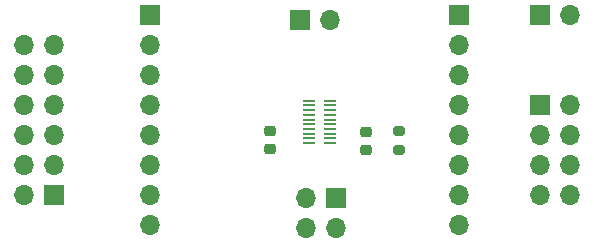
<source format=gbr>
%TF.GenerationSoftware,KiCad,Pcbnew,7.0.6*%
%TF.CreationDate,2024-05-30T22:34:02-07:00*%
%TF.ProjectId,pmod_lvl_shft,706d6f64-5f6c-4766-9c5f-736866742e6b,rev?*%
%TF.SameCoordinates,Original*%
%TF.FileFunction,Soldermask,Top*%
%TF.FilePolarity,Negative*%
%FSLAX46Y46*%
G04 Gerber Fmt 4.6, Leading zero omitted, Abs format (unit mm)*
G04 Created by KiCad (PCBNEW 7.0.6) date 2024-05-30 22:34:02*
%MOMM*%
%LPD*%
G01*
G04 APERTURE LIST*
G04 Aperture macros list*
%AMRoundRect*
0 Rectangle with rounded corners*
0 $1 Rounding radius*
0 $2 $3 $4 $5 $6 $7 $8 $9 X,Y pos of 4 corners*
0 Add a 4 corners polygon primitive as box body*
4,1,4,$2,$3,$4,$5,$6,$7,$8,$9,$2,$3,0*
0 Add four circle primitives for the rounded corners*
1,1,$1+$1,$2,$3*
1,1,$1+$1,$4,$5*
1,1,$1+$1,$6,$7*
1,1,$1+$1,$8,$9*
0 Add four rect primitives between the rounded corners*
20,1,$1+$1,$2,$3,$4,$5,0*
20,1,$1+$1,$4,$5,$6,$7,0*
20,1,$1+$1,$6,$7,$8,$9,0*
20,1,$1+$1,$8,$9,$2,$3,0*%
G04 Aperture macros list end*
%ADD10RoundRect,0.200000X-0.275000X0.200000X-0.275000X-0.200000X0.275000X-0.200000X0.275000X0.200000X0*%
%ADD11R,1.700000X1.700000*%
%ADD12O,1.700000X1.700000*%
%ADD13RoundRect,0.225000X-0.250000X0.225000X-0.250000X-0.225000X0.250000X-0.225000X0.250000X0.225000X0*%
%ADD14R,1.100000X0.200000*%
%ADD15R,1.000000X0.200000*%
G04 APERTURE END LIST*
D10*
%TO.C,R1*%
X158242000Y-63120000D03*
X158242000Y-64770000D03*
%TD*%
D11*
%TO.C,J7*%
X137160000Y-53340000D03*
D12*
X137160000Y-55880000D03*
X137160000Y-58420000D03*
X137160000Y-60960000D03*
X137160000Y-63500000D03*
X137160000Y-66040000D03*
X137160000Y-68580000D03*
X137160000Y-71120000D03*
%TD*%
D11*
%TO.C,J6*%
X163322000Y-53340000D03*
D12*
X163322000Y-55880000D03*
X163322000Y-58420000D03*
X163322000Y-60960000D03*
X163322000Y-63500000D03*
X163322000Y-66040000D03*
X163322000Y-68580000D03*
X163322000Y-71120000D03*
%TD*%
D11*
%TO.C,J5*%
X149860000Y-53760000D03*
D12*
X152400000Y-53760000D03*
%TD*%
D11*
%TO.C,J4*%
X170180000Y-53340000D03*
D12*
X172720000Y-53340000D03*
%TD*%
D11*
%TO.C,J3*%
X152913000Y-68829000D03*
D12*
X152913000Y-71369000D03*
X150373000Y-68829000D03*
X150373000Y-71369000D03*
%TD*%
%TO.C,J2*%
X126492000Y-55880000D03*
X129032000Y-55880000D03*
X126492000Y-58420000D03*
X129032000Y-58420000D03*
X126492000Y-60960000D03*
X129032000Y-60960000D03*
X126492000Y-63500000D03*
X129032000Y-63500000D03*
X126492000Y-66040000D03*
X129032000Y-66040000D03*
X126492000Y-68580000D03*
D11*
X129032000Y-68580000D03*
%TD*%
%TO.C,J1*%
X170180000Y-60960000D03*
D12*
X172720000Y-60960000D03*
X170180000Y-63500000D03*
X172720000Y-63500000D03*
X170180000Y-66040000D03*
X172720000Y-66040000D03*
X170180000Y-68580000D03*
X172720000Y-68580000D03*
%TD*%
D13*
%TO.C,C2*%
X147320000Y-63145000D03*
X147320000Y-64695000D03*
%TD*%
%TO.C,C1*%
X155448000Y-64783000D03*
X155448000Y-63233000D03*
%TD*%
D14*
%TO.C,U1*%
X152350000Y-64180000D03*
D15*
X152400000Y-63780000D03*
X152400000Y-63380000D03*
X152400000Y-62980000D03*
X152400000Y-62580000D03*
X152400000Y-62180000D03*
X152400000Y-61780000D03*
X152400000Y-61380000D03*
X152400000Y-60980000D03*
X152400000Y-60580000D03*
X150600000Y-60580000D03*
X150600000Y-60980000D03*
X150600000Y-61380000D03*
X150600000Y-61780000D03*
X150600000Y-62180000D03*
X150600000Y-62580000D03*
X150600000Y-62980000D03*
X150600000Y-63380000D03*
X150600000Y-63780000D03*
X150600000Y-64180000D03*
%TD*%
M02*

</source>
